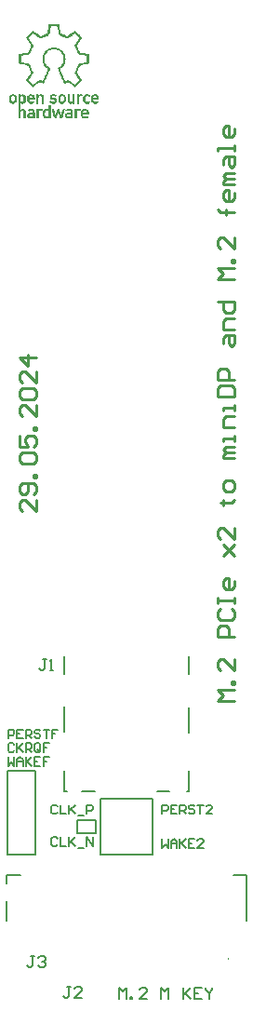
<source format=gto>
G04*
G04 #@! TF.GenerationSoftware,Altium Limited,Altium Designer,24.5.2 (23)*
G04*
G04 Layer_Color=65535*
%FSLAX44Y44*%
%MOMM*%
G71*
G04*
G04 #@! TF.SameCoordinates,B7296A9B-97E8-4630-929D-2966843682D6*
G04*
G04*
G04 #@! TF.FilePolarity,Positive*
G04*
G01*
G75*
%ADD10C,0.1000*%
%ADD11C,0.2000*%
%ADD12C,0.1500*%
%ADD13C,0.1270*%
%ADD14C,0.2540*%
G36*
X48171Y929414D02*
X48647D01*
Y927512D01*
X49122D01*
Y924659D01*
X49598D01*
Y922281D01*
X50073D01*
Y920855D01*
X51500D01*
Y920379D01*
X52451D01*
Y919904D01*
X53878D01*
Y919428D01*
X54829D01*
Y918953D01*
X56731D01*
Y919428D01*
X57206D01*
Y919904D01*
X58157D01*
Y920379D01*
X58633D01*
Y920855D01*
X59584D01*
Y921330D01*
X60059D01*
Y921806D01*
X61010D01*
Y922281D01*
X61486D01*
Y922757D01*
X62437D01*
Y923232D01*
X62913D01*
Y923708D01*
X63388D01*
Y923232D01*
X63864D01*
Y922757D01*
X64339D01*
Y922281D01*
X64815D01*
Y921806D01*
X65290D01*
Y921330D01*
X65766D01*
Y920855D01*
X66241D01*
Y920379D01*
X66717D01*
Y919904D01*
X67192D01*
Y919428D01*
X67668D01*
Y918953D01*
X68143D01*
Y918477D01*
X68619D01*
Y918002D01*
X69094D01*
Y917526D01*
X69570D01*
Y917051D01*
X69094D01*
Y916100D01*
X68619D01*
Y915624D01*
X68143D01*
Y915148D01*
X67668D01*
Y914197D01*
X67192D01*
Y913722D01*
X66717D01*
Y912771D01*
X66241D01*
Y912295D01*
X65766D01*
Y911344D01*
X65290D01*
Y910869D01*
X64815D01*
Y909442D01*
X65290D01*
Y908491D01*
X65766D01*
Y907540D01*
Y907065D01*
X66241D01*
Y906114D01*
X66717D01*
Y904687D01*
X67192D01*
Y904212D01*
X67668D01*
Y903736D01*
X70521D01*
Y903260D01*
X72899D01*
Y902785D01*
X75276D01*
Y902309D01*
X75752D01*
Y893750D01*
X75276D01*
Y893275D01*
X72899D01*
Y892799D01*
X70521D01*
Y892323D01*
X68143D01*
Y891848D01*
X67192D01*
Y890421D01*
X66717D01*
Y889470D01*
X66241D01*
Y888044D01*
X65766D01*
Y887093D01*
X65290D01*
Y884715D01*
X65766D01*
Y883764D01*
X66241D01*
Y883288D01*
X66717D01*
Y882337D01*
X67192D01*
Y881862D01*
X67668D01*
Y880911D01*
X68143D01*
Y880435D01*
X68619D01*
Y879484D01*
X69094D01*
Y879009D01*
X69570D01*
Y878533D01*
X69094D01*
Y878058D01*
X68619D01*
Y877582D01*
X68143D01*
Y877107D01*
X67668D01*
Y876631D01*
X67192D01*
Y876156D01*
X66717D01*
Y875680D01*
X66241D01*
Y875205D01*
X65766D01*
Y874729D01*
X65290D01*
Y874254D01*
X64815D01*
Y873778D01*
X64339D01*
Y873303D01*
X63864D01*
Y872827D01*
X63388D01*
Y872352D01*
X62913D01*
Y872827D01*
X62437D01*
Y873303D01*
X61486D01*
Y873778D01*
X61010D01*
Y874254D01*
X60059D01*
Y874729D01*
X59584D01*
Y875205D01*
X58633D01*
Y875680D01*
X58157D01*
Y876156D01*
X57206D01*
Y876631D01*
X55780D01*
Y876156D01*
X54829D01*
Y875680D01*
X53878D01*
Y875205D01*
X52927D01*
Y876156D01*
X52451D01*
Y877582D01*
X51975D01*
Y878533D01*
X51500D01*
Y879484D01*
X51024D01*
Y880911D01*
X50549D01*
Y881862D01*
X50073D01*
Y883288D01*
X49598D01*
Y884240D01*
X49122D01*
Y885191D01*
X48647D01*
Y886617D01*
X48171D01*
Y887568D01*
X47696D01*
Y888995D01*
X47220D01*
Y889470D01*
X47696D01*
Y889946D01*
X48171D01*
Y890421D01*
X48647D01*
Y890897D01*
X49598D01*
Y891372D01*
X50073D01*
Y891848D01*
X50549D01*
Y892323D01*
X51024D01*
Y893275D01*
X51500D01*
Y894225D01*
X51975D01*
Y895177D01*
X52451D01*
Y900883D01*
X51975D01*
Y901834D01*
X51500D01*
Y902785D01*
X51024D01*
Y903260D01*
X50549D01*
Y904212D01*
X50073D01*
Y904687D01*
X49122D01*
Y905163D01*
X48647D01*
Y905638D01*
X47696D01*
Y906114D01*
X46269D01*
Y906589D01*
X41514D01*
Y906114D01*
X40087D01*
Y905638D01*
X39136D01*
Y905163D01*
X38661D01*
Y904687D01*
X38185D01*
Y904212D01*
X37710D01*
Y903736D01*
X37234D01*
Y903260D01*
X36759D01*
Y902785D01*
X36283D01*
Y901834D01*
X35808D01*
Y900407D01*
X35332D01*
Y895652D01*
X35808D01*
Y894225D01*
X36283D01*
Y893275D01*
X36759D01*
Y892799D01*
X37234D01*
Y891848D01*
X37710D01*
Y891372D01*
X38661D01*
Y890897D01*
X39136D01*
Y890421D01*
X39612D01*
Y889946D01*
X40563D01*
Y888519D01*
X40087D01*
Y887568D01*
X39612D01*
Y886142D01*
X39136D01*
Y885191D01*
X38661D01*
Y884240D01*
X38185D01*
Y882813D01*
X37710D01*
Y881862D01*
X37234D01*
Y880435D01*
X36759D01*
Y879484D01*
X36283D01*
Y878533D01*
X35808D01*
Y877107D01*
X35332D01*
Y876156D01*
X34857D01*
Y875205D01*
X33906D01*
Y875680D01*
X33430D01*
Y876156D01*
X32479D01*
Y876631D01*
X30577D01*
Y876156D01*
X29626D01*
Y875680D01*
X29150D01*
Y875205D01*
X28199D01*
Y874729D01*
X27724D01*
Y874254D01*
X27248D01*
Y873778D01*
X26297D01*
Y873303D01*
X25822D01*
Y872827D01*
X24871D01*
Y872352D01*
X24395D01*
Y872827D01*
X23920D01*
Y873303D01*
X23444D01*
Y873778D01*
X22969D01*
Y874254D01*
X22493D01*
Y874729D01*
X22018D01*
Y875205D01*
X21542D01*
Y875680D01*
X21067D01*
Y876156D01*
X20591D01*
Y876631D01*
X20115D01*
Y877107D01*
X19640D01*
Y877582D01*
X19164D01*
Y878058D01*
X18689D01*
Y878533D01*
X18213D01*
Y879009D01*
X18689D01*
Y879484D01*
X19164D01*
Y880435D01*
X19640D01*
Y880911D01*
X20115D01*
Y881862D01*
X20591D01*
Y882337D01*
X21067D01*
Y882813D01*
X21542D01*
Y883764D01*
X22018D01*
Y884240D01*
X22493D01*
Y885191D01*
X22969D01*
Y886142D01*
X22493D01*
Y887093D01*
X22018D01*
Y888519D01*
X21542D01*
Y889470D01*
X21067D01*
Y890897D01*
X20591D01*
Y891848D01*
X19640D01*
Y892323D01*
X17262D01*
Y892799D01*
X14885D01*
Y893275D01*
X12507D01*
Y893750D01*
X12032D01*
Y902309D01*
X12507D01*
Y902785D01*
X14885D01*
Y903260D01*
X17262D01*
Y903736D01*
X20115D01*
Y904212D01*
X20591D01*
Y904687D01*
X21067D01*
Y905638D01*
X21542D01*
Y907065D01*
X22018D01*
Y908016D01*
X22493D01*
Y908967D01*
X22969D01*
Y910869D01*
X22493D01*
Y911820D01*
X22018D01*
Y912295D01*
X21542D01*
Y912771D01*
X21067D01*
Y913722D01*
X20591D01*
Y914197D01*
X20115D01*
Y915148D01*
X19640D01*
Y915624D01*
X19164D01*
Y916575D01*
X18689D01*
Y917051D01*
X18213D01*
Y917526D01*
X18689D01*
Y918002D01*
X19164D01*
Y918477D01*
X19640D01*
Y918953D01*
X20115D01*
Y919428D01*
X20591D01*
Y919904D01*
X21067D01*
Y920379D01*
X21542D01*
Y920855D01*
X22018D01*
Y921330D01*
X22493D01*
Y921806D01*
X22969D01*
Y922281D01*
X23444D01*
Y922757D01*
X23920D01*
Y923232D01*
X24395D01*
Y923708D01*
X24871D01*
Y923232D01*
X25822D01*
Y922757D01*
X26297D01*
Y922281D01*
X26773D01*
Y921806D01*
X27724D01*
Y921330D01*
X28199D01*
Y920855D01*
X29150D01*
Y920379D01*
X29626D01*
Y919904D01*
X30577D01*
Y919428D01*
X31052D01*
Y918953D01*
X32955D01*
Y919428D01*
X34381D01*
Y919904D01*
X35332D01*
Y920379D01*
X36283D01*
Y920855D01*
X37710D01*
Y921806D01*
X38185D01*
Y924184D01*
X38661D01*
Y927037D01*
X39136D01*
Y929414D01*
X39612D01*
Y929890D01*
X48171D01*
Y929414D01*
D02*
G37*
G36*
X69570Y865694D02*
X70521D01*
Y864743D01*
X70045D01*
Y864268D01*
X69570D01*
Y863792D01*
X69094D01*
Y864268D01*
X67668D01*
Y863792D01*
X67192D01*
Y863316D01*
X66717D01*
Y857135D01*
X64815D01*
Y866170D01*
X66717D01*
Y865219D01*
X67192D01*
Y865694D01*
X67668D01*
Y866170D01*
X69570D01*
Y865694D01*
D02*
G37*
G36*
X32955D02*
X33906D01*
Y865219D01*
X34381D01*
Y864268D01*
X34857D01*
Y860463D01*
Y859988D01*
Y857135D01*
X32955D01*
Y863316D01*
X32479D01*
Y863792D01*
X32004D01*
Y864268D01*
X30577D01*
Y863792D01*
X30101D01*
Y862841D01*
X29626D01*
Y857135D01*
X28199D01*
Y857610D01*
X27724D01*
Y865694D01*
X28199D01*
Y866170D01*
X29626D01*
Y865219D01*
X30101D01*
Y865694D01*
X31052D01*
Y866170D01*
X32955D01*
Y865694D01*
D02*
G37*
G36*
X16311D02*
X17262D01*
Y865219D01*
X17738D01*
Y864743D01*
X18213D01*
Y858561D01*
X17738D01*
Y858086D01*
X17262D01*
Y857610D01*
X16311D01*
Y857135D01*
X14409D01*
Y857610D01*
X13458D01*
Y851904D01*
X13934D01*
Y852380D01*
X16787D01*
Y851904D01*
X17738D01*
Y850953D01*
X18213D01*
Y843820D01*
X16311D01*
Y850477D01*
X13934D01*
Y850002D01*
X13458D01*
Y843820D01*
X11556D01*
Y866170D01*
X12983D01*
Y865694D01*
X13458D01*
Y865219D01*
X13934D01*
Y865694D01*
X14885D01*
Y866170D01*
X16311D01*
Y865694D01*
D02*
G37*
G36*
X44367D02*
X45794D01*
Y865219D01*
X46269D01*
Y864268D01*
X45794D01*
Y863792D01*
X44367D01*
Y864268D01*
X41990D01*
Y862841D01*
X43416D01*
Y862365D01*
X45794D01*
Y861890D01*
X46269D01*
Y860939D01*
X46745D01*
Y858561D01*
X46269D01*
Y858086D01*
X45794D01*
Y857610D01*
X44843D01*
Y857135D01*
X41990D01*
Y857610D01*
X40563D01*
Y858086D01*
X40087D01*
Y858561D01*
X39612D01*
Y859512D01*
X40087D01*
Y859988D01*
X41038D01*
Y859512D01*
X41990D01*
Y859037D01*
X44367D01*
Y859512D01*
X44843D01*
Y860463D01*
X43892D01*
Y860939D01*
X41514D01*
Y861414D01*
X40563D01*
Y861890D01*
X40087D01*
Y864743D01*
X40563D01*
Y865219D01*
X41038D01*
Y865694D01*
X41990D01*
Y866170D01*
X44367D01*
Y865694D01*
D02*
G37*
G36*
X75276D02*
X76227D01*
Y865219D01*
X77178D01*
Y863792D01*
X76227D01*
Y863316D01*
X75752D01*
Y863792D01*
X74801D01*
Y864268D01*
X73374D01*
Y863792D01*
X72899D01*
Y863316D01*
X72423D01*
Y859988D01*
X72899D01*
Y859512D01*
X73374D01*
Y859037D01*
X74801D01*
Y859512D01*
X75752D01*
Y859988D01*
X76227D01*
Y859512D01*
X77178D01*
Y858086D01*
X76227D01*
Y857610D01*
X75752D01*
Y857135D01*
X72899D01*
Y857610D01*
X71947D01*
Y858086D01*
X71472D01*
Y858561D01*
X70996D01*
Y859512D01*
X70521D01*
Y863792D01*
X70996D01*
Y864743D01*
X71472D01*
Y865219D01*
X71947D01*
Y865694D01*
X72899D01*
Y866170D01*
X75276D01*
Y865694D01*
D02*
G37*
G36*
X62913Y860939D02*
Y860463D01*
Y857135D01*
X61010D01*
Y857610D01*
X60059D01*
Y857135D01*
X58157D01*
Y857610D01*
X57206D01*
Y858086D01*
X56731D01*
Y858561D01*
X56255D01*
Y866170D01*
X58157D01*
Y859512D01*
X59108D01*
Y859037D01*
X60059D01*
Y859512D01*
X61010D01*
Y866170D01*
X62913D01*
Y860939D01*
D02*
G37*
G36*
X82409Y865694D02*
X83360D01*
Y865219D01*
X83835D01*
Y864743D01*
X84311D01*
Y864268D01*
X84787D01*
Y860939D01*
X79556D01*
Y860463D01*
X80031D01*
Y859512D01*
X80507D01*
Y859037D01*
X82409D01*
Y859512D01*
X84311D01*
Y859037D01*
X84787D01*
Y858561D01*
X84311D01*
Y858086D01*
X83835D01*
Y857610D01*
X82885D01*
Y857135D01*
X80031D01*
Y857610D01*
X79080D01*
Y858086D01*
X78605D01*
Y858561D01*
X78129D01*
Y859037D01*
Y859988D01*
X77654D01*
Y863316D01*
X78129D01*
Y864268D01*
X78605D01*
Y865219D01*
X79556D01*
Y865694D01*
X80031D01*
Y866170D01*
X82409D01*
Y865694D01*
D02*
G37*
G36*
X52451D02*
X53402D01*
Y865219D01*
X53878D01*
Y864743D01*
X54353D01*
Y863792D01*
X54829D01*
Y859512D01*
X54353D01*
Y858561D01*
X53878D01*
Y858086D01*
X53402D01*
Y857610D01*
X52451D01*
Y857135D01*
X50073D01*
Y857610D01*
X49122D01*
Y858086D01*
X48647D01*
Y858561D01*
X48171D01*
Y859037D01*
X47696D01*
Y864268D01*
X48171D01*
Y864743D01*
X48647D01*
Y865219D01*
X49122D01*
Y865694D01*
X50073D01*
Y866170D01*
X52451D01*
Y865694D01*
D02*
G37*
G36*
X23920D02*
X24871D01*
Y865219D01*
X25822D01*
Y864268D01*
X26297D01*
Y862841D01*
X26773D01*
Y860939D01*
X21542D01*
Y859512D01*
X22018D01*
Y859037D01*
X24395D01*
Y859512D01*
X25822D01*
Y859037D01*
X26297D01*
Y858086D01*
X25346D01*
Y857610D01*
X24395D01*
Y857135D01*
X22018D01*
Y857610D01*
X21067D01*
Y858086D01*
X20591D01*
Y858561D01*
X20115D01*
Y859037D01*
X19640D01*
Y864268D01*
X20115D01*
Y864743D01*
X20591D01*
Y865219D01*
X21067D01*
Y865694D01*
X22018D01*
Y866170D01*
X23920D01*
Y865694D01*
D02*
G37*
G36*
X7752D02*
X8703D01*
Y865219D01*
X9179D01*
Y864743D01*
X9654D01*
Y863792D01*
X10129D01*
Y859512D01*
X9654D01*
Y858561D01*
X9179D01*
Y858086D01*
X8703D01*
Y857610D01*
X7752D01*
Y857135D01*
X5374D01*
Y857610D01*
X4423D01*
Y858086D01*
X3948D01*
Y858561D01*
X3472D01*
Y859512D01*
X2997D01*
Y863792D01*
X3472D01*
Y864743D01*
X3948D01*
Y865219D01*
X4423D01*
Y865694D01*
X5374D01*
Y866170D01*
X7752D01*
Y865694D01*
D02*
G37*
G36*
X67192Y852380D02*
X68143D01*
Y851904D01*
X68619D01*
Y851429D01*
X68143D01*
Y850953D01*
X67668D01*
Y850477D01*
X64815D01*
Y843820D01*
X62437D01*
Y852380D01*
X64815D01*
Y851904D01*
X65290D01*
Y852380D01*
X66717D01*
Y852855D01*
X67192D01*
Y852380D01*
D02*
G37*
G36*
X41038Y843820D02*
X39136D01*
Y844296D01*
X38185D01*
Y843820D01*
X35332D01*
Y844296D01*
X34857D01*
Y844771D01*
X34381D01*
Y845722D01*
X33906D01*
Y850477D01*
X34381D01*
Y851429D01*
X34857D01*
Y851904D01*
X35332D01*
Y852380D01*
X36759D01*
Y852855D01*
X37234D01*
Y852380D01*
X38661D01*
Y851904D01*
X39136D01*
Y856184D01*
X41038D01*
Y843820D01*
D02*
G37*
G36*
X32479Y852380D02*
X33906D01*
Y851429D01*
X33430D01*
Y850477D01*
X30577D01*
Y850002D01*
X30101D01*
Y843820D01*
X28199D01*
Y850002D01*
Y850477D01*
Y852380D01*
X30101D01*
Y851904D01*
X30577D01*
Y852380D01*
X32004D01*
Y852855D01*
X32479D01*
Y852380D01*
D02*
G37*
G36*
X53878Y851429D02*
X53402D01*
Y850953D01*
Y849526D01*
X52927D01*
Y848100D01*
X52451D01*
Y846673D01*
X51975D01*
Y845247D01*
X51500D01*
Y843820D01*
X49598D01*
Y844296D01*
X49122D01*
Y846198D01*
X48647D01*
Y847624D01*
X48171D01*
Y849051D01*
X47696D01*
Y848100D01*
X47220D01*
Y846673D01*
X46745D01*
Y844771D01*
X46269D01*
Y843820D01*
X44367D01*
Y844771D01*
X43892D01*
Y846198D01*
X43416D01*
Y847624D01*
X42941D01*
Y849051D01*
X42465D01*
Y850477D01*
X41990D01*
Y852380D01*
X43892D01*
Y850953D01*
X44367D01*
Y849526D01*
X44843D01*
Y847624D01*
X45794D01*
Y849051D01*
X46269D01*
Y850477D01*
X46745D01*
Y851904D01*
X47220D01*
Y852380D01*
X48647D01*
Y851429D01*
X49122D01*
Y850002D01*
X49598D01*
Y848575D01*
X50073D01*
Y847149D01*
X50549D01*
Y848100D01*
X51024D01*
Y850002D01*
X51500D01*
Y851904D01*
X51975D01*
Y852380D01*
X53878D01*
Y851429D01*
D02*
G37*
G36*
X72423Y852380D02*
X73850D01*
Y851904D01*
X74325D01*
Y851429D01*
X74801D01*
Y850953D01*
X75276D01*
Y850002D01*
X75752D01*
Y847624D01*
X75276D01*
Y847149D01*
X70521D01*
Y846673D01*
Y846198D01*
X70996D01*
Y845722D01*
X73374D01*
Y846198D01*
X74801D01*
Y845722D01*
X75276D01*
Y844771D01*
X74801D01*
Y844296D01*
X74325D01*
Y843820D01*
X70521D01*
Y844296D01*
X69570D01*
Y844771D01*
X69094D01*
Y845722D01*
X68619D01*
Y850477D01*
X69094D01*
Y851429D01*
X69570D01*
Y851904D01*
X70521D01*
Y852380D01*
X71947D01*
Y852855D01*
X72423D01*
Y852380D01*
D02*
G37*
G36*
X57682D02*
X59584D01*
Y851904D01*
X60059D01*
Y851429D01*
X60535D01*
Y850953D01*
X61010D01*
Y843820D01*
X59108D01*
Y844296D01*
X58633D01*
Y843820D01*
X55304D01*
Y844296D01*
X54829D01*
Y844771D01*
X54353D01*
Y845247D01*
X53878D01*
Y847624D01*
X54353D01*
Y848100D01*
X54829D01*
Y848575D01*
X55780D01*
Y849051D01*
X59108D01*
Y850477D01*
X57682D01*
Y850953D01*
X57206D01*
Y850477D01*
X54829D01*
Y850953D01*
X54353D01*
Y851429D01*
X54829D01*
Y851904D01*
X55304D01*
Y852380D01*
X57206D01*
Y852855D01*
X57682D01*
Y852380D01*
D02*
G37*
G36*
X23444D02*
X25346D01*
Y851904D01*
X25822D01*
Y851429D01*
X26297D01*
Y849526D01*
X26773D01*
Y849051D01*
Y843820D01*
X21067D01*
Y844296D01*
X20115D01*
Y844771D01*
X19640D01*
Y847624D01*
X20115D01*
Y848575D01*
X21067D01*
Y849051D01*
X24395D01*
Y850477D01*
X23444D01*
Y850953D01*
X22493D01*
Y850477D01*
X21542D01*
Y850002D01*
X21067D01*
Y850477D01*
X20591D01*
Y850953D01*
X20115D01*
Y851904D01*
X20591D01*
Y852380D01*
X22493D01*
Y852855D01*
X23444D01*
Y852380D01*
D02*
G37*
%LPC*%
G36*
X46745Y927988D02*
X41038D01*
Y926561D01*
X40563D01*
Y923708D01*
X40087D01*
Y921330D01*
X39612D01*
Y919904D01*
X39136D01*
Y919428D01*
X38661D01*
Y918953D01*
X37234D01*
Y918477D01*
X36283D01*
Y918002D01*
X34857D01*
Y917526D01*
X33906D01*
Y917051D01*
X32479D01*
Y916575D01*
X31052D01*
Y917051D01*
X30101D01*
Y917526D01*
X29626D01*
Y918002D01*
X28675D01*
Y918477D01*
X28199D01*
Y918953D01*
X27724D01*
Y919428D01*
X26773D01*
Y919904D01*
X26297D01*
Y920379D01*
X25346D01*
Y920855D01*
X24395D01*
Y920379D01*
X23920D01*
Y919904D01*
X23444D01*
Y919428D01*
X22969D01*
Y918953D01*
X22493D01*
Y918477D01*
X22018D01*
Y918002D01*
X21542D01*
Y917526D01*
X21067D01*
Y916100D01*
X21542D01*
Y915624D01*
X22018D01*
Y914673D01*
X22493D01*
Y914197D01*
X22969D01*
Y913246D01*
X23444D01*
Y912771D01*
X23920D01*
Y911820D01*
X24395D01*
Y911344D01*
X24871D01*
Y908491D01*
X24395D01*
Y907540D01*
X23920D01*
Y906114D01*
X23444D01*
Y905163D01*
X22969D01*
Y904212D01*
X22493D01*
Y903260D01*
X22018D01*
Y902785D01*
X21542D01*
Y902309D01*
X21067D01*
Y901834D01*
X18689D01*
Y901358D01*
X16311D01*
Y900883D01*
X13934D01*
Y894701D01*
X16787D01*
Y894225D01*
X19164D01*
Y893750D01*
X21067D01*
Y893275D01*
X21542D01*
Y892799D01*
X22018D01*
Y892323D01*
X22493D01*
Y890897D01*
X22969D01*
Y889946D01*
X23444D01*
Y888519D01*
X23920D01*
Y887568D01*
X24395D01*
Y886142D01*
X24871D01*
Y884715D01*
X24395D01*
Y883764D01*
X23920D01*
Y882813D01*
X23444D01*
Y882337D01*
X22969D01*
Y881386D01*
X22493D01*
Y880911D01*
X22018D01*
Y879960D01*
X21542D01*
Y879484D01*
X21067D01*
Y879009D01*
X20591D01*
Y878533D01*
X21067D01*
Y878058D01*
X21542D01*
Y877582D01*
X22018D01*
Y877107D01*
X22493D01*
Y876631D01*
X22969D01*
Y876156D01*
X23444D01*
Y875680D01*
X23920D01*
Y875205D01*
X24395D01*
Y874729D01*
X25346D01*
Y875205D01*
X26297D01*
Y875680D01*
X26773D01*
Y876156D01*
X27248D01*
Y876631D01*
X28199D01*
Y877107D01*
X28675D01*
Y877582D01*
X29626D01*
Y878058D01*
X30101D01*
Y878533D01*
X32479D01*
Y878058D01*
X33430D01*
Y877582D01*
X33906D01*
Y878533D01*
X34381D01*
Y879484D01*
X34857D01*
Y880911D01*
X35332D01*
Y881862D01*
X35808D01*
Y883288D01*
X36283D01*
Y884240D01*
X36759D01*
Y885666D01*
X37234D01*
Y886617D01*
X37710D01*
Y887568D01*
X38185D01*
Y888995D01*
X37710D01*
Y889470D01*
X37234D01*
Y889946D01*
X36283D01*
Y890421D01*
X35808D01*
Y891372D01*
X35332D01*
Y891848D01*
X34857D01*
Y892323D01*
X34381D01*
Y893750D01*
X33906D01*
Y894701D01*
X33430D01*
Y900407D01*
X33906D01*
Y901834D01*
X34381D01*
Y902785D01*
X34857D01*
Y903736D01*
X35332D01*
Y904212D01*
X35808D01*
Y904687D01*
X36283D01*
Y905638D01*
X37234D01*
Y906114D01*
X37710D01*
Y906589D01*
X38185D01*
Y907065D01*
X39136D01*
Y907540D01*
X40087D01*
Y908016D01*
X41514D01*
Y908491D01*
X46269D01*
Y908016D01*
X47696D01*
Y907540D01*
X48647D01*
Y907065D01*
X49598D01*
Y906589D01*
X50073D01*
Y906114D01*
X51024D01*
Y905638D01*
X51500D01*
Y905163D01*
X51975D01*
Y904687D01*
X52451D01*
Y903736D01*
X52927D01*
Y903260D01*
X53402D01*
Y902309D01*
X53878D01*
Y900883D01*
X54353D01*
Y898030D01*
X54829D01*
Y897554D01*
X54353D01*
Y894701D01*
X53878D01*
Y893275D01*
X53402D01*
Y892323D01*
X52927D01*
Y891848D01*
X52451D01*
Y890897D01*
X51975D01*
Y890421D01*
X51500D01*
Y889946D01*
X51024D01*
Y889470D01*
X50073D01*
Y888995D01*
X49598D01*
Y888044D01*
X50073D01*
Y886617D01*
X50549D01*
Y885666D01*
X51024D01*
Y884715D01*
X51500D01*
Y883288D01*
X51975D01*
Y882337D01*
X52451D01*
Y880911D01*
X52927D01*
Y879960D01*
X53402D01*
Y878533D01*
X53878D01*
Y877582D01*
X54353D01*
Y878058D01*
X55304D01*
Y878533D01*
X57682D01*
Y878058D01*
X58157D01*
Y877582D01*
X59108D01*
Y877107D01*
X59584D01*
Y876631D01*
X60535D01*
Y876156D01*
X61010D01*
Y875680D01*
X61961D01*
Y875205D01*
X62437D01*
Y874729D01*
X63388D01*
Y875205D01*
X63864D01*
Y875680D01*
X64339D01*
Y876156D01*
X64815D01*
Y876631D01*
X65290D01*
Y877107D01*
X65766D01*
Y877582D01*
X66241D01*
Y878058D01*
X66717D01*
Y878533D01*
X67192D01*
Y879009D01*
X66717D01*
Y879484D01*
X66241D01*
Y880435D01*
X65766D01*
Y880911D01*
X65290D01*
Y881862D01*
X64815D01*
Y882337D01*
X64339D01*
Y883288D01*
X63864D01*
Y883764D01*
X63388D01*
Y884715D01*
X62913D01*
Y885666D01*
X63388D01*
Y887093D01*
X63864D01*
Y888519D01*
X64339D01*
Y889470D01*
X64815D01*
Y890897D01*
X65290D01*
Y891848D01*
X65766D01*
Y892799D01*
X66241D01*
Y893275D01*
X66717D01*
Y893750D01*
X68619D01*
Y894225D01*
X70996D01*
Y894701D01*
X73850D01*
Y900883D01*
X71472D01*
Y901358D01*
X69094D01*
Y901834D01*
X66717D01*
Y902309D01*
X66241D01*
Y902785D01*
X65766D01*
Y903260D01*
X65290D01*
Y904212D01*
X64815D01*
Y905638D01*
X64339D01*
Y906589D01*
X63864D01*
Y907540D01*
X63388D01*
Y908967D01*
X62913D01*
Y910869D01*
X63388D01*
Y911820D01*
X63864D01*
Y912295D01*
X64339D01*
Y913246D01*
X64815D01*
Y913722D01*
X65290D01*
Y914673D01*
X65766D01*
Y915148D01*
X66241D01*
Y916100D01*
X66717D01*
Y916575D01*
X67192D01*
Y917051D01*
X66717D01*
Y917526D01*
X66241D01*
Y918002D01*
X65766D01*
Y918477D01*
X65290D01*
Y918953D01*
X64815D01*
Y919428D01*
X64339D01*
Y919904D01*
X63864D01*
Y920379D01*
X63388D01*
Y920855D01*
X62437D01*
Y920379D01*
X61961D01*
Y919904D01*
X61010D01*
Y919428D01*
X60535D01*
Y918953D01*
X59584D01*
Y918477D01*
X59108D01*
Y918002D01*
X58157D01*
Y917526D01*
X57682D01*
Y917051D01*
X56731D01*
Y916575D01*
X55304D01*
Y917051D01*
X53878D01*
Y917526D01*
X52927D01*
Y918002D01*
X51500D01*
Y918477D01*
X50549D01*
Y918953D01*
X49598D01*
Y919428D01*
X48647D01*
Y919904D01*
X48171D01*
Y921806D01*
X47696D01*
Y924184D01*
X47220D01*
Y927037D01*
X46745D01*
Y927988D01*
D02*
G37*
G36*
X15360Y864268D02*
X14409D01*
Y863792D01*
X13934D01*
Y863316D01*
X13458D01*
Y859512D01*
X14409D01*
Y859037D01*
X15836D01*
Y859512D01*
X16311D01*
Y863792D01*
X15360D01*
Y864268D01*
D02*
G37*
G36*
X81933D02*
X80507D01*
Y863792D01*
X80031D01*
Y863316D01*
X79556D01*
Y862841D01*
Y862365D01*
X82885D01*
Y863316D01*
X82409D01*
Y863792D01*
X81933D01*
Y864268D01*
D02*
G37*
G36*
X51975D02*
X50549D01*
Y863792D01*
X50073D01*
Y863316D01*
X49598D01*
Y862841D01*
Y862365D01*
Y859988D01*
X50073D01*
Y859512D01*
X50549D01*
Y859037D01*
X51975D01*
Y859512D01*
X52451D01*
Y859988D01*
X52927D01*
Y863316D01*
X52451D01*
Y863792D01*
X51975D01*
Y864268D01*
D02*
G37*
G36*
X23920D02*
X22018D01*
Y863792D01*
X21542D01*
Y862365D01*
X24395D01*
Y863792D01*
X23920D01*
Y864268D01*
D02*
G37*
G36*
X7276D02*
X5850D01*
Y863792D01*
X5374D01*
Y863316D01*
X4899D01*
Y859988D01*
X5374D01*
Y859512D01*
X5850D01*
Y859037D01*
X7276D01*
Y859512D01*
X7752D01*
Y859988D01*
X8227D01*
Y863316D01*
X7752D01*
Y863792D01*
X7276D01*
Y864268D01*
D02*
G37*
G36*
X38661Y850477D02*
X36283D01*
Y849526D01*
X35808D01*
Y846673D01*
X36283D01*
Y845722D01*
X38661D01*
Y846673D01*
X39136D01*
Y848575D01*
Y849051D01*
Y849526D01*
X38661D01*
Y850477D01*
D02*
G37*
G36*
X72423Y850953D02*
X71947D01*
Y850477D01*
X70996D01*
Y850002D01*
X70521D01*
Y849051D01*
X73850D01*
Y849526D01*
X73374D01*
Y850477D01*
X72423D01*
Y850953D01*
D02*
G37*
G36*
X59108Y847149D02*
X55780D01*
Y845722D01*
X58633D01*
Y846198D01*
X59108D01*
Y847149D01*
D02*
G37*
G36*
X24395D02*
X21542D01*
Y845722D01*
X24395D01*
Y847149D01*
D02*
G37*
%LPD*%
D10*
X202756Y79250D02*
G03*
X202756Y80250I0J500D01*
G01*
D02*
G03*
X202756Y79250I0J-500D01*
G01*
D11*
X86050Y225200D02*
X111450D01*
X86050Y174400D02*
Y225200D01*
Y174400D02*
X111450D01*
X108550D02*
X133950D01*
Y225200D01*
X108550D02*
X133950D01*
X26666Y174300D02*
Y250500D01*
X1266D02*
X26666D01*
X1266Y174300D02*
Y250500D01*
Y174300D02*
X26666D01*
X103250Y43500D02*
Y53497D01*
X106582Y50164D01*
X109915Y53497D01*
Y43500D01*
X113247D02*
Y45166D01*
X114913D01*
Y43500D01*
X113247D01*
X128242D02*
X121577D01*
X128242Y50164D01*
Y51831D01*
X126576Y53497D01*
X123244D01*
X121577Y51831D01*
X141571Y43500D02*
Y53497D01*
X144903Y50164D01*
X148236Y53497D01*
Y43500D01*
X161565Y53497D02*
Y43500D01*
Y46832D01*
X168229Y53497D01*
X163231Y48498D01*
X168229Y43500D01*
X178226Y53497D02*
X171561D01*
Y43500D01*
X178226D01*
X171561Y48498D02*
X174894D01*
X181558Y53497D02*
Y51831D01*
X184890Y48498D01*
X188223Y51831D01*
Y53497D01*
X184890Y48498D02*
Y43500D01*
X25834Y81998D02*
X22502D01*
X24168D01*
Y73668D01*
X22502Y72002D01*
X20835D01*
X19169Y73668D01*
X29166Y80332D02*
X30832Y81998D01*
X34165D01*
X35831Y80332D01*
Y78666D01*
X34165Y77000D01*
X32498D01*
X34165D01*
X35831Y75334D01*
Y73668D01*
X34165Y72002D01*
X30832D01*
X29166Y73668D01*
X59084Y53998D02*
X55752D01*
X57418D01*
Y45668D01*
X55752Y44002D01*
X54085D01*
X52419Y45668D01*
X69081Y44002D02*
X62416D01*
X69081Y50666D01*
Y52332D01*
X67414Y53998D01*
X64082D01*
X62416Y52332D01*
X36750Y352248D02*
X33418D01*
X35084D01*
Y343918D01*
X33418Y342252D01*
X31752D01*
X30085Y343918D01*
X40082Y342252D02*
X43415D01*
X41748D01*
Y352248D01*
X40082Y350582D01*
D12*
X82250Y194250D02*
Y205750D01*
X65000Y194250D02*
X82250D01*
X65000D02*
Y205750D01*
X82250D01*
X219000Y114250D02*
Y155750D01*
X207000D02*
X219000D01*
X1006Y148250D02*
Y155750D01*
X13000D01*
X1006Y114250D02*
Y132250D01*
X2250Y280250D02*
Y288247D01*
X6249D01*
X7582Y286915D01*
Y284249D01*
X6249Y282916D01*
X2250D01*
X15579Y288247D02*
X10247D01*
Y280250D01*
X15579D01*
X10247Y284249D02*
X12913D01*
X18245Y280250D02*
Y288247D01*
X22243D01*
X23576Y286915D01*
Y284249D01*
X22243Y282916D01*
X18245D01*
X20911D02*
X23576Y280250D01*
X31574Y286915D02*
X30241Y288247D01*
X27575D01*
X26242Y286915D01*
Y285582D01*
X27575Y284249D01*
X30241D01*
X31574Y282916D01*
Y281583D01*
X30241Y280250D01*
X27575D01*
X26242Y281583D01*
X34240Y288247D02*
X39571D01*
X36906D01*
Y280250D01*
X47569Y288247D02*
X42237D01*
Y284249D01*
X44903D01*
X42237D01*
Y280250D01*
X7582Y274415D02*
X6249Y275747D01*
X3583D01*
X2250Y274415D01*
Y269083D01*
X3583Y267750D01*
X6249D01*
X7582Y269083D01*
X10247Y275747D02*
Y267750D01*
Y270416D01*
X15579Y275747D01*
X11580Y271749D01*
X15579Y267750D01*
X18245D02*
Y275747D01*
X22243D01*
X23576Y274415D01*
Y271749D01*
X22243Y270416D01*
X18245D01*
X20911D02*
X23576Y267750D01*
X31574Y269083D02*
Y274415D01*
X30241Y275747D01*
X27575D01*
X26242Y274415D01*
Y269083D01*
X27575Y267750D01*
X30241D01*
X28908Y270416D02*
X31574Y267750D01*
X30241D02*
X31574Y269083D01*
X39571Y275747D02*
X34240D01*
Y271749D01*
X36906D01*
X34240D01*
Y267750D01*
X2250Y263247D02*
Y255250D01*
X4916Y257916D01*
X7582Y255250D01*
Y263247D01*
X10247Y255250D02*
Y260582D01*
X12913Y263247D01*
X15579Y260582D01*
Y255250D01*
Y259249D01*
X10247D01*
X18245Y263247D02*
Y255250D01*
Y257916D01*
X23576Y263247D01*
X19578Y259249D01*
X23576Y255250D01*
X31574Y263247D02*
X26242D01*
Y255250D01*
X31574D01*
X26242Y259249D02*
X28908D01*
X39571Y263247D02*
X34240D01*
Y259249D01*
X36906D01*
X34240D01*
Y255250D01*
X142500Y211583D02*
Y219580D01*
X146499D01*
X147832Y218247D01*
Y215582D01*
X146499Y214249D01*
X142500D01*
X155829Y219580D02*
X150497D01*
Y211583D01*
X155829D01*
X150497Y215582D02*
X153163D01*
X158495Y211583D02*
Y219580D01*
X162493D01*
X163826Y218247D01*
Y215582D01*
X162493Y214249D01*
X158495D01*
X161161D02*
X163826Y211583D01*
X171824Y218247D02*
X170491Y219580D01*
X167825D01*
X166492Y218247D01*
Y216915D01*
X167825Y215582D01*
X170491D01*
X171824Y214249D01*
Y212916D01*
X170491Y211583D01*
X167825D01*
X166492Y212916D01*
X174490Y219580D02*
X179821D01*
X177155D01*
Y211583D01*
X187819D02*
X182487D01*
X187819Y216915D01*
Y218247D01*
X186486Y219580D01*
X183820D01*
X182487Y218247D01*
X142500Y188747D02*
Y180750D01*
X145166Y183416D01*
X147832Y180750D01*
Y188747D01*
X150497Y180750D02*
Y186082D01*
X153163Y188747D01*
X155829Y186082D01*
Y180750D01*
Y184749D01*
X150497D01*
X158495Y188747D02*
Y180750D01*
Y183416D01*
X163826Y188747D01*
X159828Y184749D01*
X163826Y180750D01*
X171824Y188747D02*
X166492D01*
Y180750D01*
X171824D01*
X166492Y184749D02*
X169158D01*
X179821Y180750D02*
X174490D01*
X179821Y186082D01*
Y187414D01*
X178488Y188747D01*
X175823D01*
X174490Y187414D01*
X47082Y188747D02*
X45749Y190080D01*
X43083D01*
X41750Y188747D01*
Y183416D01*
X43083Y182083D01*
X45749D01*
X47082Y183416D01*
X49747Y190080D02*
Y182083D01*
X55079D01*
X57745Y190080D02*
Y182083D01*
Y184749D01*
X63076Y190080D01*
X59078Y186082D01*
X63076Y182083D01*
X65742Y180750D02*
X71074D01*
X73740Y182083D02*
Y190080D01*
X79071Y182083D01*
Y190080D01*
X47082Y218247D02*
X45749Y219580D01*
X43083D01*
X41750Y218247D01*
Y212916D01*
X43083Y211583D01*
X45749D01*
X47082Y212916D01*
X49747Y219580D02*
Y211583D01*
X55079D01*
X57745Y219580D02*
Y211583D01*
Y214249D01*
X63076Y219580D01*
X59078Y215582D01*
X63076Y211583D01*
X65742Y210250D02*
X71074D01*
X73740Y211583D02*
Y219580D01*
X77738D01*
X79071Y218247D01*
Y215582D01*
X77738Y214249D01*
X73740D01*
D13*
X53000Y231750D02*
Y250750D01*
Y231750D02*
X55500D01*
X165000D02*
X167000D01*
Y250250D01*
X69500Y231750D02*
X81000D01*
X53000Y338750D02*
Y355000D01*
X167000Y338750D02*
Y355000D01*
Y285550D02*
Y308350D01*
X53000Y285850D02*
Y308650D01*
X137500Y231750D02*
X149000D01*
D14*
X208460Y314040D02*
X193225D01*
X198303Y319118D01*
X193225Y324197D01*
X208460D01*
Y329275D02*
X205921D01*
Y331814D01*
X208460D01*
Y329275D01*
Y352128D02*
Y341971D01*
X198303Y352128D01*
X195764D01*
X193225Y349589D01*
Y344510D01*
X195764Y341971D01*
X208460Y372441D02*
X193225D01*
Y380059D01*
X195764Y382598D01*
X200842D01*
X203382Y380059D01*
Y372441D01*
X195764Y397833D02*
X193225Y395294D01*
Y390215D01*
X195764Y387676D01*
X205921D01*
X208460Y390215D01*
Y395294D01*
X205921Y397833D01*
X193225Y402911D02*
Y407990D01*
Y405450D01*
X208460D01*
Y402911D01*
Y407990D01*
Y423225D02*
Y418146D01*
X205921Y415607D01*
X200842D01*
X198303Y418146D01*
Y423225D01*
X200842Y425764D01*
X203382D01*
Y415607D01*
X198303Y446077D02*
X208460Y456234D01*
X203382Y451156D01*
X198303Y456234D01*
X208460Y446077D01*
Y471469D02*
Y461312D01*
X198303Y471469D01*
X195764D01*
X193225Y468930D01*
Y463852D01*
X195764Y461312D01*
Y494322D02*
X198303D01*
Y491782D01*
Y496861D01*
Y494322D01*
X205921D01*
X208460Y496861D01*
Y507018D02*
Y512096D01*
X205921Y514635D01*
X200842D01*
X198303Y512096D01*
Y507018D01*
X200842Y504478D01*
X205921D01*
X208460Y507018D01*
Y534949D02*
X198303D01*
Y537488D01*
X200842Y540027D01*
X208460D01*
X200842D01*
X198303Y542566D01*
X200842Y545105D01*
X208460D01*
Y550184D02*
Y555262D01*
Y552723D01*
X198303D01*
Y550184D01*
X208460Y562879D02*
X198303D01*
Y570497D01*
X200842Y573036D01*
X208460D01*
Y578115D02*
Y583193D01*
Y580654D01*
X198303D01*
Y578115D01*
X193225Y590810D02*
X208460D01*
Y598428D01*
X205921Y600967D01*
X195764D01*
X193225Y598428D01*
Y590810D01*
X208460Y606045D02*
X193225D01*
Y613663D01*
X195764Y616202D01*
X200842D01*
X203382Y613663D01*
Y606045D01*
X198303Y639055D02*
Y644133D01*
X200842Y646672D01*
X208460D01*
Y639055D01*
X205921Y636516D01*
X203382Y639055D01*
Y646672D01*
X208460Y651751D02*
X198303D01*
Y659368D01*
X200842Y661907D01*
X208460D01*
X193225Y677142D02*
X208460D01*
Y669525D01*
X205921Y666986D01*
X200842D01*
X198303Y669525D01*
Y677142D01*
X208460Y697456D02*
X193225D01*
X198303Y702534D01*
X193225Y707613D01*
X208460D01*
Y712691D02*
X205921D01*
Y715230D01*
X208460D01*
Y712691D01*
Y735544D02*
Y725387D01*
X198303Y735544D01*
X195764D01*
X193225Y733004D01*
Y727926D01*
X195764Y725387D01*
X208460Y758396D02*
X195764D01*
X200842D01*
Y755857D01*
Y760935D01*
Y758396D01*
X195764D01*
X193225Y760935D01*
X208460Y776171D02*
Y771092D01*
X205921Y768553D01*
X200842D01*
X198303Y771092D01*
Y776171D01*
X200842Y778710D01*
X203382D01*
Y768553D01*
X208460Y783788D02*
X198303D01*
Y786327D01*
X200842Y788866D01*
X208460D01*
X200842D01*
X198303Y791405D01*
X200842Y793945D01*
X208460D01*
X198303Y801562D02*
Y806641D01*
X200842Y809180D01*
X208460D01*
Y801562D01*
X205921Y799023D01*
X203382Y801562D01*
Y809180D01*
X208460Y814258D02*
Y819336D01*
Y816797D01*
X193225D01*
Y814258D01*
X208460Y834572D02*
Y829493D01*
X205921Y826954D01*
X200842D01*
X198303Y829493D01*
Y834572D01*
X200842Y837111D01*
X203382D01*
Y826954D01*
X27460Y496697D02*
Y486540D01*
X17303Y496697D01*
X14764D01*
X12225Y494157D01*
Y489079D01*
X14764Y486540D01*
X24921Y501775D02*
X27460Y504314D01*
Y509393D01*
X24921Y511932D01*
X14764D01*
X12225Y509393D01*
Y504314D01*
X14764Y501775D01*
X17303D01*
X19842Y504314D01*
Y511932D01*
X27460Y517010D02*
X24921D01*
Y519549D01*
X27460D01*
Y517010D01*
X14764Y529706D02*
X12225Y532245D01*
Y537324D01*
X14764Y539863D01*
X24921D01*
X27460Y537324D01*
Y532245D01*
X24921Y529706D01*
X14764D01*
X12225Y555098D02*
Y544941D01*
X19842D01*
X17303Y550019D01*
Y552559D01*
X19842Y555098D01*
X24921D01*
X27460Y552559D01*
Y547480D01*
X24921Y544941D01*
X27460Y560176D02*
X24921D01*
Y562715D01*
X27460D01*
Y560176D01*
Y583029D02*
Y572872D01*
X17303Y583029D01*
X14764D01*
X12225Y580490D01*
Y575411D01*
X14764Y572872D01*
Y588107D02*
X12225Y590646D01*
Y595725D01*
X14764Y598264D01*
X24921D01*
X27460Y595725D01*
Y590646D01*
X24921Y588107D01*
X14764D01*
X27460Y613499D02*
Y603342D01*
X17303Y613499D01*
X14764D01*
X12225Y610960D01*
Y605881D01*
X14764Y603342D01*
X27460Y626195D02*
X12225D01*
X19842Y618577D01*
Y628734D01*
M02*

</source>
